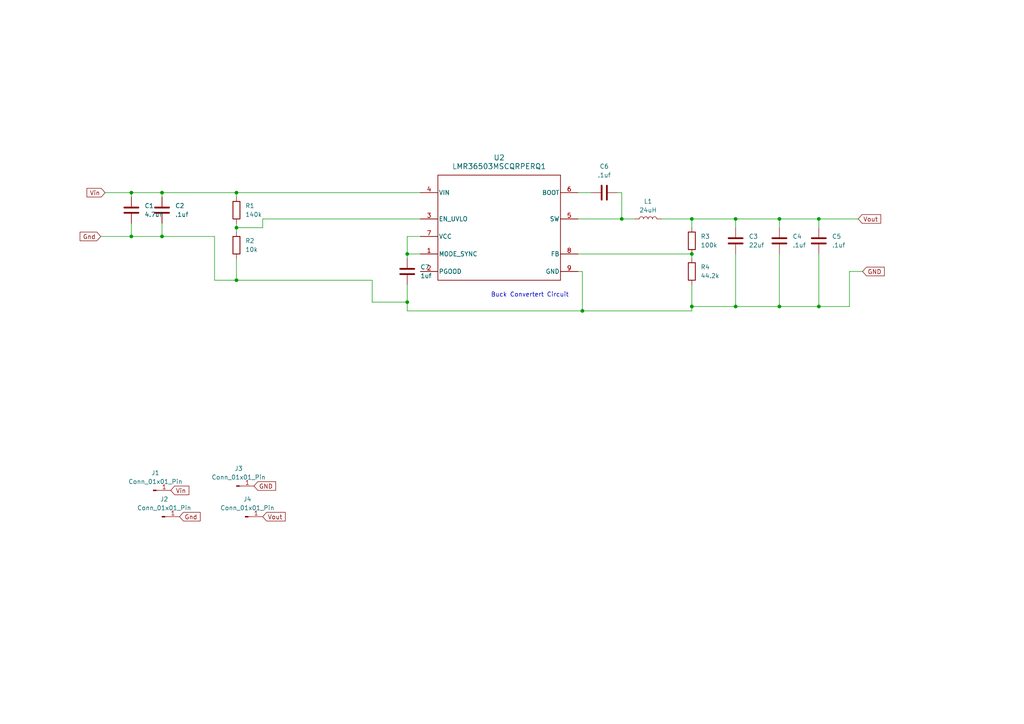
<source format=kicad_sch>
(kicad_sch
	(version 20250114)
	(generator "eeschema")
	(generator_version "9.0")
	(uuid "e5a7f0de-be21-4d3f-ae58-42c0e561c1bd")
	(paper "A4")
	(lib_symbols
		(symbol "2025-04-22_21-11-27:LMR36503MSCQRPERQ1"
			(pin_names
				(offset 0.254)
			)
			(exclude_from_sim no)
			(in_bom yes)
			(on_board yes)
			(property "Reference" "U"
				(at 0 2.54 0)
				(effects
					(font
						(size 1.524 1.524)
					)
				)
			)
			(property "Value" "LMR36503MSCQRPERQ1"
				(at 0 0 0)
				(effects
					(font
						(size 1.524 1.524)
					)
				)
			)
			(property "Footprint" "RPE0009A"
				(at 0 0 0)
				(effects
					(font
						(size 1.27 1.27)
						(italic yes)
					)
					(hide yes)
				)
			)
			(property "Datasheet" "LMR36503MSCQRPERQ1"
				(at 0 0 0)
				(effects
					(font
						(size 1.27 1.27)
						(italic yes)
					)
					(hide yes)
				)
			)
			(property "Description" ""
				(at 0 0 0)
				(effects
					(font
						(size 1.27 1.27)
					)
					(hide yes)
				)
			)
			(property "ki_locked" ""
				(at 0 0 0)
				(effects
					(font
						(size 1.27 1.27)
					)
				)
			)
			(property "ki_keywords" "LMR36503MSCQRPERQ1"
				(at 0 0 0)
				(effects
					(font
						(size 1.27 1.27)
					)
					(hide yes)
				)
			)
			(property "ki_fp_filters" "RPE0009A"
				(at 0 0 0)
				(effects
					(font
						(size 1.27 1.27)
					)
					(hide yes)
				)
			)
			(symbol "LMR36503MSCQRPERQ1_0_1"
				(polyline
					(pts
						(xy -17.78 15.24) (xy -17.78 -15.24)
					)
					(stroke
						(width 0.2032)
						(type default)
					)
					(fill
						(type none)
					)
				)
				(polyline
					(pts
						(xy -17.78 -15.24) (xy 17.78 -15.24)
					)
					(stroke
						(width 0.2032)
						(type default)
					)
					(fill
						(type none)
					)
				)
				(polyline
					(pts
						(xy 17.78 15.24) (xy -17.78 15.24)
					)
					(stroke
						(width 0.2032)
						(type default)
					)
					(fill
						(type none)
					)
				)
				(polyline
					(pts
						(xy 17.78 -15.24) (xy 17.78 15.24)
					)
					(stroke
						(width 0.2032)
						(type default)
					)
					(fill
						(type none)
					)
				)
				(pin power_in line
					(at -22.86 10.16 0)
					(length 5.08)
					(name "VIN"
						(effects
							(font
								(size 1.27 1.27)
							)
						)
					)
					(number "4"
						(effects
							(font
								(size 1.27 1.27)
							)
						)
					)
				)
				(pin unspecified line
					(at -22.86 2.54 0)
					(length 5.08)
					(name "EN_UVLO"
						(effects
							(font
								(size 1.27 1.27)
							)
						)
					)
					(number "3"
						(effects
							(font
								(size 1.27 1.27)
							)
						)
					)
				)
				(pin power_in line
					(at -22.86 -2.54 0)
					(length 5.08)
					(name "VCC"
						(effects
							(font
								(size 1.27 1.27)
							)
						)
					)
					(number "7"
						(effects
							(font
								(size 1.27 1.27)
							)
						)
					)
				)
				(pin input line
					(at -22.86 -7.62 0)
					(length 5.08)
					(name "MODE_SYNC"
						(effects
							(font
								(size 1.27 1.27)
							)
						)
					)
					(number "1"
						(effects
							(font
								(size 1.27 1.27)
							)
						)
					)
				)
				(pin output line
					(at -22.86 -12.7 0)
					(length 5.08)
					(name "PGOOD"
						(effects
							(font
								(size 1.27 1.27)
							)
						)
					)
					(number "2"
						(effects
							(font
								(size 1.27 1.27)
							)
						)
					)
				)
				(pin unspecified line
					(at 22.86 10.16 180)
					(length 5.08)
					(name "BOOT"
						(effects
							(font
								(size 1.27 1.27)
							)
						)
					)
					(number "6"
						(effects
							(font
								(size 1.27 1.27)
							)
						)
					)
				)
				(pin power_in line
					(at 22.86 2.54 180)
					(length 5.08)
					(name "SW"
						(effects
							(font
								(size 1.27 1.27)
							)
						)
					)
					(number "5"
						(effects
							(font
								(size 1.27 1.27)
							)
						)
					)
				)
				(pin unspecified line
					(at 22.86 -7.62 180)
					(length 5.08)
					(name "FB"
						(effects
							(font
								(size 1.27 1.27)
							)
						)
					)
					(number "8"
						(effects
							(font
								(size 1.27 1.27)
							)
						)
					)
				)
				(pin power_in line
					(at 22.86 -12.7 180)
					(length 5.08)
					(name "GND"
						(effects
							(font
								(size 1.27 1.27)
							)
						)
					)
					(number "9"
						(effects
							(font
								(size 1.27 1.27)
							)
						)
					)
				)
			)
			(embedded_fonts no)
		)
		(symbol "Connector:Conn_01x01_Pin"
			(pin_names
				(offset 1.016)
				(hide yes)
			)
			(exclude_from_sim no)
			(in_bom yes)
			(on_board yes)
			(property "Reference" "J"
				(at 0 2.54 0)
				(effects
					(font
						(size 1.27 1.27)
					)
				)
			)
			(property "Value" "Conn_01x01_Pin"
				(at 0 -2.54 0)
				(effects
					(font
						(size 1.27 1.27)
					)
				)
			)
			(property "Footprint" ""
				(at 0 0 0)
				(effects
					(font
						(size 1.27 1.27)
					)
					(hide yes)
				)
			)
			(property "Datasheet" "~"
				(at 0 0 0)
				(effects
					(font
						(size 1.27 1.27)
					)
					(hide yes)
				)
			)
			(property "Description" "Generic connector, single row, 01x01, script generated"
				(at 0 0 0)
				(effects
					(font
						(size 1.27 1.27)
					)
					(hide yes)
				)
			)
			(property "ki_locked" ""
				(at 0 0 0)
				(effects
					(font
						(size 1.27 1.27)
					)
				)
			)
			(property "ki_keywords" "connector"
				(at 0 0 0)
				(effects
					(font
						(size 1.27 1.27)
					)
					(hide yes)
				)
			)
			(property "ki_fp_filters" "Connector*:*_1x??_*"
				(at 0 0 0)
				(effects
					(font
						(size 1.27 1.27)
					)
					(hide yes)
				)
			)
			(symbol "Conn_01x01_Pin_1_1"
				(rectangle
					(start 0.8636 0.127)
					(end 0 -0.127)
					(stroke
						(width 0.1524)
						(type default)
					)
					(fill
						(type outline)
					)
				)
				(polyline
					(pts
						(xy 1.27 0) (xy 0.8636 0)
					)
					(stroke
						(width 0.1524)
						(type default)
					)
					(fill
						(type none)
					)
				)
				(pin passive line
					(at 5.08 0 180)
					(length 3.81)
					(name "Pin_1"
						(effects
							(font
								(size 1.27 1.27)
							)
						)
					)
					(number "1"
						(effects
							(font
								(size 1.27 1.27)
							)
						)
					)
				)
			)
			(embedded_fonts no)
		)
		(symbol "Device:C"
			(pin_numbers
				(hide yes)
			)
			(pin_names
				(offset 0.254)
			)
			(exclude_from_sim no)
			(in_bom yes)
			(on_board yes)
			(property "Reference" "C"
				(at 0.635 2.54 0)
				(effects
					(font
						(size 1.27 1.27)
					)
					(justify left)
				)
			)
			(property "Value" "C"
				(at 0.635 -2.54 0)
				(effects
					(font
						(size 1.27 1.27)
					)
					(justify left)
				)
			)
			(property "Footprint" ""
				(at 0.9652 -3.81 0)
				(effects
					(font
						(size 1.27 1.27)
					)
					(hide yes)
				)
			)
			(property "Datasheet" "~"
				(at 0 0 0)
				(effects
					(font
						(size 1.27 1.27)
					)
					(hide yes)
				)
			)
			(property "Description" "Unpolarized capacitor"
				(at 0 0 0)
				(effects
					(font
						(size 1.27 1.27)
					)
					(hide yes)
				)
			)
			(property "ki_keywords" "cap capacitor"
				(at 0 0 0)
				(effects
					(font
						(size 1.27 1.27)
					)
					(hide yes)
				)
			)
			(property "ki_fp_filters" "C_*"
				(at 0 0 0)
				(effects
					(font
						(size 1.27 1.27)
					)
					(hide yes)
				)
			)
			(symbol "C_0_1"
				(polyline
					(pts
						(xy -2.032 0.762) (xy 2.032 0.762)
					)
					(stroke
						(width 0.508)
						(type default)
					)
					(fill
						(type none)
					)
				)
				(polyline
					(pts
						(xy -2.032 -0.762) (xy 2.032 -0.762)
					)
					(stroke
						(width 0.508)
						(type default)
					)
					(fill
						(type none)
					)
				)
			)
			(symbol "C_1_1"
				(pin passive line
					(at 0 3.81 270)
					(length 2.794)
					(name "~"
						(effects
							(font
								(size 1.27 1.27)
							)
						)
					)
					(number "1"
						(effects
							(font
								(size 1.27 1.27)
							)
						)
					)
				)
				(pin passive line
					(at 0 -3.81 90)
					(length 2.794)
					(name "~"
						(effects
							(font
								(size 1.27 1.27)
							)
						)
					)
					(number "2"
						(effects
							(font
								(size 1.27 1.27)
							)
						)
					)
				)
			)
			(embedded_fonts no)
		)
		(symbol "Device:L"
			(pin_numbers
				(hide yes)
			)
			(pin_names
				(offset 1.016)
				(hide yes)
			)
			(exclude_from_sim no)
			(in_bom yes)
			(on_board yes)
			(property "Reference" "L"
				(at -1.27 0 90)
				(effects
					(font
						(size 1.27 1.27)
					)
				)
			)
			(property "Value" "L"
				(at 1.905 0 90)
				(effects
					(font
						(size 1.27 1.27)
					)
				)
			)
			(property "Footprint" ""
				(at 0 0 0)
				(effects
					(font
						(size 1.27 1.27)
					)
					(hide yes)
				)
			)
			(property "Datasheet" "~"
				(at 0 0 0)
				(effects
					(font
						(size 1.27 1.27)
					)
					(hide yes)
				)
			)
			(property "Description" "Inductor"
				(at 0 0 0)
				(effects
					(font
						(size 1.27 1.27)
					)
					(hide yes)
				)
			)
			(property "ki_keywords" "inductor choke coil reactor magnetic"
				(at 0 0 0)
				(effects
					(font
						(size 1.27 1.27)
					)
					(hide yes)
				)
			)
			(property "ki_fp_filters" "Choke_* *Coil* Inductor_* L_*"
				(at 0 0 0)
				(effects
					(font
						(size 1.27 1.27)
					)
					(hide yes)
				)
			)
			(symbol "L_0_1"
				(arc
					(start 0 2.54)
					(mid 0.6323 1.905)
					(end 0 1.27)
					(stroke
						(width 0)
						(type default)
					)
					(fill
						(type none)
					)
				)
				(arc
					(start 0 1.27)
					(mid 0.6323 0.635)
					(end 0 0)
					(stroke
						(width 0)
						(type default)
					)
					(fill
						(type none)
					)
				)
				(arc
					(start 0 0)
					(mid 0.6323 -0.635)
					(end 0 -1.27)
					(stroke
						(width 0)
						(type default)
					)
					(fill
						(type none)
					)
				)
				(arc
					(start 0 -1.27)
					(mid 0.6323 -1.905)
					(end 0 -2.54)
					(stroke
						(width 0)
						(type default)
					)
					(fill
						(type none)
					)
				)
			)
			(symbol "L_1_1"
				(pin passive line
					(at 0 3.81 270)
					(length 1.27)
					(name "1"
						(effects
							(font
								(size 1.27 1.27)
							)
						)
					)
					(number "1"
						(effects
							(font
								(size 1.27 1.27)
							)
						)
					)
				)
				(pin passive line
					(at 0 -3.81 90)
					(length 1.27)
					(name "2"
						(effects
							(font
								(size 1.27 1.27)
							)
						)
					)
					(number "2"
						(effects
							(font
								(size 1.27 1.27)
							)
						)
					)
				)
			)
			(embedded_fonts no)
		)
		(symbol "Device:R"
			(pin_numbers
				(hide yes)
			)
			(pin_names
				(offset 0)
			)
			(exclude_from_sim no)
			(in_bom yes)
			(on_board yes)
			(property "Reference" "R"
				(at 2.032 0 90)
				(effects
					(font
						(size 1.27 1.27)
					)
				)
			)
			(property "Value" "R"
				(at 0 0 90)
				(effects
					(font
						(size 1.27 1.27)
					)
				)
			)
			(property "Footprint" ""
				(at -1.778 0 90)
				(effects
					(font
						(size 1.27 1.27)
					)
					(hide yes)
				)
			)
			(property "Datasheet" "~"
				(at 0 0 0)
				(effects
					(font
						(size 1.27 1.27)
					)
					(hide yes)
				)
			)
			(property "Description" "Resistor"
				(at 0 0 0)
				(effects
					(font
						(size 1.27 1.27)
					)
					(hide yes)
				)
			)
			(property "ki_keywords" "R res resistor"
				(at 0 0 0)
				(effects
					(font
						(size 1.27 1.27)
					)
					(hide yes)
				)
			)
			(property "ki_fp_filters" "R_*"
				(at 0 0 0)
				(effects
					(font
						(size 1.27 1.27)
					)
					(hide yes)
				)
			)
			(symbol "R_0_1"
				(rectangle
					(start -1.016 -2.54)
					(end 1.016 2.54)
					(stroke
						(width 0.254)
						(type default)
					)
					(fill
						(type none)
					)
				)
			)
			(symbol "R_1_1"
				(pin passive line
					(at 0 3.81 270)
					(length 1.27)
					(name "~"
						(effects
							(font
								(size 1.27 1.27)
							)
						)
					)
					(number "1"
						(effects
							(font
								(size 1.27 1.27)
							)
						)
					)
				)
				(pin passive line
					(at 0 -3.81 90)
					(length 1.27)
					(name "~"
						(effects
							(font
								(size 1.27 1.27)
							)
						)
					)
					(number "2"
						(effects
							(font
								(size 1.27 1.27)
							)
						)
					)
				)
			)
			(embedded_fonts no)
		)
	)
	(text "Buck Convertert Circuit\n"
		(exclude_from_sim no)
		(at 153.67 85.598 0)
		(effects
			(font
				(size 1.27 1.27)
			)
		)
		(uuid "90308361-c3b3-43e4-9d00-c1ed0980c6a3")
	)
	(junction
		(at 200.66 63.5)
		(diameter 0)
		(color 0 0 0 0)
		(uuid "011dc773-2c51-484a-9840-fcc8f60d08ce")
	)
	(junction
		(at 180.34 63.5)
		(diameter 0)
		(color 0 0 0 0)
		(uuid "0182033d-56b1-4586-b7ee-ecd83cb79c66")
	)
	(junction
		(at 200.66 73.66)
		(diameter 0)
		(color 0 0 0 0)
		(uuid "08b73171-e38b-4c38-b394-5bb582933432")
	)
	(junction
		(at 38.1 55.88)
		(diameter 0)
		(color 0 0 0 0)
		(uuid "10a752b8-2825-4d44-a2b6-f0bd65c27518")
	)
	(junction
		(at 68.58 66.04)
		(diameter 0)
		(color 0 0 0 0)
		(uuid "217aac2f-52ad-46e1-978d-4f76fdc83d60")
	)
	(junction
		(at 237.49 88.9)
		(diameter 0)
		(color 0 0 0 0)
		(uuid "256e3d60-ed20-4655-8855-36931bfbf08f")
	)
	(junction
		(at 168.91 90.17)
		(diameter 0)
		(color 0 0 0 0)
		(uuid "3763c187-cd4a-4d5d-901f-83bb75a64fd9")
	)
	(junction
		(at 68.58 55.88)
		(diameter 0)
		(color 0 0 0 0)
		(uuid "46cd4cb7-9eca-4e33-a01d-fbd029c678ee")
	)
	(junction
		(at 237.49 63.5)
		(diameter 0)
		(color 0 0 0 0)
		(uuid "4dfee7af-e4aa-4158-9a70-7d2a3facccfc")
	)
	(junction
		(at 46.99 55.88)
		(diameter 0)
		(color 0 0 0 0)
		(uuid "58ba406f-ddf4-473d-955b-a4a8c1ae6a6c")
	)
	(junction
		(at 200.66 88.9)
		(diameter 0)
		(color 0 0 0 0)
		(uuid "63121cec-f3f0-41ee-86bc-b1427a427317")
	)
	(junction
		(at 46.99 68.58)
		(diameter 0)
		(color 0 0 0 0)
		(uuid "65184b94-995c-4cd5-8f7d-35fc24f11f43")
	)
	(junction
		(at 118.11 73.66)
		(diameter 0)
		(color 0 0 0 0)
		(uuid "7e7717a3-4ea5-4ffa-9983-7ba376b8690a")
	)
	(junction
		(at 118.11 87.63)
		(diameter 0)
		(color 0 0 0 0)
		(uuid "9450a0bc-c36e-4bea-a2c4-abebf4071d3e")
	)
	(junction
		(at 213.36 88.9)
		(diameter 0)
		(color 0 0 0 0)
		(uuid "95d02de5-455f-4641-a472-3cb410524ec7")
	)
	(junction
		(at 68.58 81.28)
		(diameter 0)
		(color 0 0 0 0)
		(uuid "a0996866-9355-437d-b272-a1193ba0082e")
	)
	(junction
		(at 213.36 63.5)
		(diameter 0)
		(color 0 0 0 0)
		(uuid "b675ba4b-c1b3-4808-9982-ec59b80a7d61")
	)
	(junction
		(at 226.06 88.9)
		(diameter 0)
		(color 0 0 0 0)
		(uuid "bad8ee51-34a2-4d0d-8ff0-7d831c7e1ca4")
	)
	(junction
		(at 226.06 63.5)
		(diameter 0)
		(color 0 0 0 0)
		(uuid "ca561a58-3c44-4f96-9b07-b6fb27ae3e9a")
	)
	(junction
		(at 38.1 68.58)
		(diameter 0)
		(color 0 0 0 0)
		(uuid "d50eab27-a795-4b09-bc71-80936cc29031")
	)
	(wire
		(pts
			(xy 118.11 68.58) (xy 118.11 73.66)
		)
		(stroke
			(width 0)
			(type default)
		)
		(uuid "01f16450-d579-4ba0-a639-74dc55574bd4")
	)
	(wire
		(pts
			(xy 246.38 88.9) (xy 246.38 78.74)
		)
		(stroke
			(width 0)
			(type default)
		)
		(uuid "067a220c-eb24-4919-97c8-548d2518142a")
	)
	(wire
		(pts
			(xy 226.06 88.9) (xy 237.49 88.9)
		)
		(stroke
			(width 0)
			(type default)
		)
		(uuid "0f5e333e-efc7-4a33-a8a3-75c93c526394")
	)
	(wire
		(pts
			(xy 46.99 55.88) (xy 46.99 57.15)
		)
		(stroke
			(width 0)
			(type default)
		)
		(uuid "12d846cb-2109-40e1-b184-b958fc44ffbc")
	)
	(wire
		(pts
			(xy 200.66 90.17) (xy 200.66 88.9)
		)
		(stroke
			(width 0)
			(type default)
		)
		(uuid "1b431719-269f-41a6-ae63-8f7fb9b3e036")
	)
	(wire
		(pts
			(xy 168.91 90.17) (xy 200.66 90.17)
		)
		(stroke
			(width 0)
			(type default)
		)
		(uuid "266d7365-e19c-4d04-bd1d-d97a2691adab")
	)
	(wire
		(pts
			(xy 107.95 81.28) (xy 107.95 87.63)
		)
		(stroke
			(width 0)
			(type default)
		)
		(uuid "292d8b82-c093-4eb1-83ab-38739cc61516")
	)
	(wire
		(pts
			(xy 118.11 82.55) (xy 118.11 87.63)
		)
		(stroke
			(width 0)
			(type default)
		)
		(uuid "2ce38e31-60b2-4dee-944c-df3e5e4e659f")
	)
	(wire
		(pts
			(xy 46.99 55.88) (xy 38.1 55.88)
		)
		(stroke
			(width 0)
			(type default)
		)
		(uuid "420dc529-52d4-46a9-af43-0741ed31cc3f")
	)
	(wire
		(pts
			(xy 213.36 73.66) (xy 213.36 88.9)
		)
		(stroke
			(width 0)
			(type default)
		)
		(uuid "43dafab3-2905-4d0c-bad2-7111bda035c2")
	)
	(wire
		(pts
			(xy 121.92 68.58) (xy 118.11 68.58)
		)
		(stroke
			(width 0)
			(type default)
		)
		(uuid "4556fad0-9288-4487-a9b0-ae846456b5dc")
	)
	(wire
		(pts
			(xy 213.36 63.5) (xy 226.06 63.5)
		)
		(stroke
			(width 0)
			(type default)
		)
		(uuid "55ad5abb-73c8-4579-b4aa-05f67e1f9412")
	)
	(wire
		(pts
			(xy 118.11 90.17) (xy 168.91 90.17)
		)
		(stroke
			(width 0)
			(type default)
		)
		(uuid "5965cb01-a8fa-4279-8b30-cae60cb8d3df")
	)
	(wire
		(pts
			(xy 46.99 68.58) (xy 62.23 68.58)
		)
		(stroke
			(width 0)
			(type default)
		)
		(uuid "5a9a098e-7992-46a1-8826-585016ce7a40")
	)
	(wire
		(pts
			(xy 46.99 64.77) (xy 46.99 68.58)
		)
		(stroke
			(width 0)
			(type default)
		)
		(uuid "5d58e8bd-d04f-45a2-a724-2d77fd989a50")
	)
	(wire
		(pts
			(xy 76.2 66.04) (xy 68.58 66.04)
		)
		(stroke
			(width 0)
			(type default)
		)
		(uuid "5f366f79-aaed-437b-be71-7566f8d6a58b")
	)
	(wire
		(pts
			(xy 118.11 73.66) (xy 118.11 74.93)
		)
		(stroke
			(width 0)
			(type default)
		)
		(uuid "6b59d564-dc4f-4cee-9b52-a9a24a22627e")
	)
	(wire
		(pts
			(xy 62.23 81.28) (xy 68.58 81.28)
		)
		(stroke
			(width 0)
			(type default)
		)
		(uuid "6d5c4828-4cf8-41f2-860c-30f3b3cf9c91")
	)
	(wire
		(pts
			(xy 167.64 73.66) (xy 200.66 73.66)
		)
		(stroke
			(width 0)
			(type default)
		)
		(uuid "71e06c15-2a61-4f99-b7f4-e2da68c3c85b")
	)
	(wire
		(pts
			(xy 167.64 55.88) (xy 171.45 55.88)
		)
		(stroke
			(width 0)
			(type default)
		)
		(uuid "75bf5f2c-e3f8-46f0-825a-ed2f9672d282")
	)
	(wire
		(pts
			(xy 121.92 63.5) (xy 76.2 63.5)
		)
		(stroke
			(width 0)
			(type default)
		)
		(uuid "7b3ac08e-582e-469c-b7e2-f6629dd09880")
	)
	(wire
		(pts
			(xy 226.06 63.5) (xy 237.49 63.5)
		)
		(stroke
			(width 0)
			(type default)
		)
		(uuid "7e82d102-5a6c-43ee-88b2-099c87545a62")
	)
	(wire
		(pts
			(xy 237.49 88.9) (xy 246.38 88.9)
		)
		(stroke
			(width 0)
			(type default)
		)
		(uuid "7f7fa693-0232-432a-8ab2-5d28bc5f9883")
	)
	(wire
		(pts
			(xy 200.66 88.9) (xy 213.36 88.9)
		)
		(stroke
			(width 0)
			(type default)
		)
		(uuid "829176cc-018c-4a4d-980d-4240e10c989f")
	)
	(wire
		(pts
			(xy 68.58 55.88) (xy 121.92 55.88)
		)
		(stroke
			(width 0)
			(type default)
		)
		(uuid "88e6b01e-ef9e-460a-9443-455001172629")
	)
	(wire
		(pts
			(xy 180.34 63.5) (xy 180.34 55.88)
		)
		(stroke
			(width 0)
			(type default)
		)
		(uuid "89d8fa71-af75-4eb7-bce7-1fd72a67f949")
	)
	(wire
		(pts
			(xy 200.66 82.55) (xy 200.66 88.9)
		)
		(stroke
			(width 0)
			(type default)
		)
		(uuid "89e16cdd-0f6f-4346-96de-c3cab605699a")
	)
	(wire
		(pts
			(xy 167.64 78.74) (xy 168.91 78.74)
		)
		(stroke
			(width 0)
			(type default)
		)
		(uuid "8d615244-2d5c-4e5c-be3e-b913e6d63d83")
	)
	(wire
		(pts
			(xy 237.49 63.5) (xy 248.92 63.5)
		)
		(stroke
			(width 0)
			(type default)
		)
		(uuid "9528872d-4a5e-4508-a798-01d7e734aa41")
	)
	(wire
		(pts
			(xy 237.49 63.5) (xy 237.49 66.04)
		)
		(stroke
			(width 0)
			(type default)
		)
		(uuid "970f9370-884d-4e69-a824-f31826e1a768")
	)
	(wire
		(pts
			(xy 68.58 81.28) (xy 107.95 81.28)
		)
		(stroke
			(width 0)
			(type default)
		)
		(uuid "987b1883-25d3-4b98-8322-a26b92b03a16")
	)
	(wire
		(pts
			(xy 179.07 55.88) (xy 180.34 55.88)
		)
		(stroke
			(width 0)
			(type default)
		)
		(uuid "99c08c4b-191c-456b-8b35-f796471277bd")
	)
	(wire
		(pts
			(xy 200.66 66.04) (xy 200.66 63.5)
		)
		(stroke
			(width 0)
			(type default)
		)
		(uuid "9c2edabf-1e2c-4a58-8e00-dcfe744e8e5f")
	)
	(wire
		(pts
			(xy 213.36 66.04) (xy 213.36 63.5)
		)
		(stroke
			(width 0)
			(type default)
		)
		(uuid "9e2ed02d-7762-4a40-a9eb-8a2f6a44bb1b")
	)
	(wire
		(pts
			(xy 213.36 88.9) (xy 226.06 88.9)
		)
		(stroke
			(width 0)
			(type default)
		)
		(uuid "a1c7820a-86b7-4b49-98cf-dab9ee6b5527")
	)
	(wire
		(pts
			(xy 167.64 63.5) (xy 180.34 63.5)
		)
		(stroke
			(width 0)
			(type default)
		)
		(uuid "a49da335-1dca-4f6b-ad9e-b4f9326d7aab")
	)
	(wire
		(pts
			(xy 200.66 63.5) (xy 213.36 63.5)
		)
		(stroke
			(width 0)
			(type default)
		)
		(uuid "a6e4624b-50d6-49ab-9509-711551879384")
	)
	(wire
		(pts
			(xy 168.91 78.74) (xy 168.91 90.17)
		)
		(stroke
			(width 0)
			(type default)
		)
		(uuid "b201a75b-964e-4aa8-8124-8de07b5523d2")
	)
	(wire
		(pts
			(xy 38.1 64.77) (xy 38.1 68.58)
		)
		(stroke
			(width 0)
			(type default)
		)
		(uuid "b638f171-5f7b-4a72-ac10-b96df407879b")
	)
	(wire
		(pts
			(xy 29.21 68.58) (xy 38.1 68.58)
		)
		(stroke
			(width 0)
			(type default)
		)
		(uuid "b689a132-27e5-478d-b795-26cc086282d2")
	)
	(wire
		(pts
			(xy 62.23 68.58) (xy 62.23 81.28)
		)
		(stroke
			(width 0)
			(type default)
		)
		(uuid "b94ccbf3-3200-4d3c-9599-bddc4bd97f74")
	)
	(wire
		(pts
			(xy 226.06 63.5) (xy 226.06 66.04)
		)
		(stroke
			(width 0)
			(type default)
		)
		(uuid "c05bf376-7218-4e76-adff-bf55c4f8fee6")
	)
	(wire
		(pts
			(xy 76.2 63.5) (xy 76.2 66.04)
		)
		(stroke
			(width 0)
			(type default)
		)
		(uuid "c4e43069-5dee-4487-9521-8c5472cdb2fa")
	)
	(wire
		(pts
			(xy 46.99 55.88) (xy 68.58 55.88)
		)
		(stroke
			(width 0)
			(type default)
		)
		(uuid "c773382b-6d63-4fca-8fe1-a7071f57d73c")
	)
	(wire
		(pts
			(xy 118.11 87.63) (xy 107.95 87.63)
		)
		(stroke
			(width 0)
			(type default)
		)
		(uuid "c97f5f26-f4f2-4c7d-85b9-fca9cc1f340b")
	)
	(wire
		(pts
			(xy 68.58 66.04) (xy 68.58 67.31)
		)
		(stroke
			(width 0)
			(type default)
		)
		(uuid "ca3cc0be-3512-46e6-84ac-fde0571d38ab")
	)
	(wire
		(pts
			(xy 226.06 73.66) (xy 226.06 88.9)
		)
		(stroke
			(width 0)
			(type default)
		)
		(uuid "d5a50882-5c90-42da-9f5e-d229c09c51f2")
	)
	(wire
		(pts
			(xy 38.1 68.58) (xy 46.99 68.58)
		)
		(stroke
			(width 0)
			(type default)
		)
		(uuid "d6399041-415e-4c69-8460-6f688cc3a3e4")
	)
	(wire
		(pts
			(xy 68.58 74.93) (xy 68.58 81.28)
		)
		(stroke
			(width 0)
			(type default)
		)
		(uuid "d7d3f58a-803b-4420-aaf8-9584130d20be")
	)
	(wire
		(pts
			(xy 200.66 63.5) (xy 191.77 63.5)
		)
		(stroke
			(width 0)
			(type default)
		)
		(uuid "d9c77b64-8418-4138-a0b2-29e9bb3026a8")
	)
	(wire
		(pts
			(xy 68.58 64.77) (xy 68.58 66.04)
		)
		(stroke
			(width 0)
			(type default)
		)
		(uuid "db70db8f-95ee-4a09-8641-b7266b3cf160")
	)
	(wire
		(pts
			(xy 118.11 90.17) (xy 118.11 87.63)
		)
		(stroke
			(width 0)
			(type default)
		)
		(uuid "df829721-6b76-45d8-a2ae-caa5ca57cc27")
	)
	(wire
		(pts
			(xy 38.1 55.88) (xy 38.1 57.15)
		)
		(stroke
			(width 0)
			(type default)
		)
		(uuid "e1adf33c-a4be-4e48-80b9-3748ea32429b")
	)
	(wire
		(pts
			(xy 184.15 63.5) (xy 180.34 63.5)
		)
		(stroke
			(width 0)
			(type default)
		)
		(uuid "e4686d31-41c0-420b-8c62-a5a6a408d7dc")
	)
	(wire
		(pts
			(xy 200.66 73.66) (xy 200.66 74.93)
		)
		(stroke
			(width 0)
			(type default)
		)
		(uuid "e65d8913-0e8d-47bc-998e-188d7bd9b74d")
	)
	(wire
		(pts
			(xy 30.48 55.88) (xy 38.1 55.88)
		)
		(stroke
			(width 0)
			(type default)
		)
		(uuid "eb2df498-77c2-44ba-87fe-8d9e773aa174")
	)
	(wire
		(pts
			(xy 68.58 55.88) (xy 68.58 57.15)
		)
		(stroke
			(width 0)
			(type default)
		)
		(uuid "ecd64651-30b8-459f-bd2f-26a8c76d2c63")
	)
	(wire
		(pts
			(xy 118.11 73.66) (xy 121.92 73.66)
		)
		(stroke
			(width 0)
			(type default)
		)
		(uuid "eec18507-fd83-4d6f-b596-eca99dd93fd5")
	)
	(wire
		(pts
			(xy 237.49 73.66) (xy 237.49 88.9)
		)
		(stroke
			(width 0)
			(type default)
		)
		(uuid "ef589547-3dcf-467a-953a-dfe0aebadf45")
	)
	(wire
		(pts
			(xy 246.38 78.74) (xy 250.19 78.74)
		)
		(stroke
			(width 0)
			(type default)
		)
		(uuid "efec9e2a-ca26-4d6b-9477-bf170b81fca4")
	)
	(global_label "GND"
		(shape input)
		(at 250.19 78.74 0)
		(fields_autoplaced yes)
		(effects
			(font
				(size 1.27 1.27)
			)
			(justify left)
		)
		(uuid "17392164-866f-4162-a2ae-209149c189b4")
		(property "Intersheetrefs" "${INTERSHEET_REFS}"
			(at 257.0457 78.74 0)
			(effects
				(font
					(size 1.27 1.27)
				)
				(justify left)
				(hide yes)
			)
		)
	)
	(global_label "Vout"
		(shape input)
		(at 76.2 149.86 0)
		(fields_autoplaced yes)
		(effects
			(font
				(size 1.27 1.27)
			)
			(justify left)
		)
		(uuid "25ca8483-2b06-4434-b54c-adc30142ffcc")
		(property "Intersheetrefs" "${INTERSHEET_REFS}"
			(at 83.2975 149.86 0)
			(effects
				(font
					(size 1.27 1.27)
				)
				(justify left)
				(hide yes)
			)
		)
	)
	(global_label "Gnd"
		(shape input)
		(at 52.07 149.86 0)
		(fields_autoplaced yes)
		(effects
			(font
				(size 1.27 1.27)
			)
			(justify left)
		)
		(uuid "49dc736b-4618-4be2-881e-8edb1ab5d6ac")
		(property "Intersheetrefs" "${INTERSHEET_REFS}"
			(at 58.6232 149.86 0)
			(effects
				(font
					(size 1.27 1.27)
				)
				(justify left)
				(hide yes)
			)
		)
	)
	(global_label "Vin"
		(shape input)
		(at 30.48 55.88 180)
		(fields_autoplaced yes)
		(effects
			(font
				(size 1.27 1.27)
			)
			(justify right)
		)
		(uuid "73508383-a605-44f9-801a-9d74ae2886d6")
		(property "Intersheetrefs" "${INTERSHEET_REFS}"
			(at 24.6524 55.88 0)
			(effects
				(font
					(size 1.27 1.27)
				)
				(justify right)
				(hide yes)
			)
		)
	)
	(global_label "GND"
		(shape input)
		(at 73.66 140.97 0)
		(fields_autoplaced yes)
		(effects
			(font
				(size 1.27 1.27)
			)
			(justify left)
		)
		(uuid "8dea1ed6-1fa7-4f8c-8ba7-a4604534b8ee")
		(property "Intersheetrefs" "${INTERSHEET_REFS}"
			(at 80.5157 140.97 0)
			(effects
				(font
					(size 1.27 1.27)
				)
				(justify left)
				(hide yes)
			)
		)
	)
	(global_label "Gnd"
		(shape input)
		(at 29.21 68.58 180)
		(fields_autoplaced yes)
		(effects
			(font
				(size 1.27 1.27)
			)
			(justify right)
		)
		(uuid "a2c51aa6-dd38-4754-a5fe-98ac4c4c6269")
		(property "Intersheetrefs" "${INTERSHEET_REFS}"
			(at 22.6568 68.58 0)
			(effects
				(font
					(size 1.27 1.27)
				)
				(justify right)
				(hide yes)
			)
		)
	)
	(global_label "Vin"
		(shape input)
		(at 49.53 142.24 0)
		(fields_autoplaced yes)
		(effects
			(font
				(size 1.27 1.27)
			)
			(justify left)
		)
		(uuid "a3d7c0df-fda1-42ce-9cd6-2bdb556c6242")
		(property "Intersheetrefs" "${INTERSHEET_REFS}"
			(at 55.3576 142.24 0)
			(effects
				(font
					(size 1.27 1.27)
				)
				(justify left)
				(hide yes)
			)
		)
	)
	(global_label "Vout"
		(shape input)
		(at 248.92 63.5 0)
		(fields_autoplaced yes)
		(effects
			(font
				(size 1.27 1.27)
			)
			(justify left)
		)
		(uuid "df822fba-af0d-4d08-b5a2-7bf23cfb9520")
		(property "Intersheetrefs" "${INTERSHEET_REFS}"
			(at 256.0175 63.5 0)
			(effects
				(font
					(size 1.27 1.27)
				)
				(justify left)
				(hide yes)
			)
		)
	)
	(symbol
		(lib_id "Device:C")
		(at 118.11 78.74 0)
		(unit 1)
		(exclude_from_sim no)
		(in_bom yes)
		(on_board yes)
		(dnp no)
		(fields_autoplaced yes)
		(uuid "05fc599e-7e2f-477e-b8da-8fe5d8b0f3eb")
		(property "Reference" "C7"
			(at 121.92 77.4699 0)
			(effects
				(font
					(size 1.27 1.27)
				)
				(justify left)
			)
		)
		(property "Value" "1uf"
			(at 121.92 80.0099 0)
			(effects
				(font
					(size 1.27 1.27)
				)
				(justify left)
			)
		)
		(property "Footprint" "Capacitor_SMD:C_0603_1608Metric"
			(at 119.0752 82.55 0)
			(effects
				(font
					(size 1.27 1.27)
				)
				(hide yes)
			)
		)
		(property "Datasheet" "~"
			(at 118.11 78.74 0)
			(effects
				(font
					(size 1.27 1.27)
				)
				(hide yes)
			)
		)
		(property "Description" "Unpolarized capacitor"
			(at 118.11 78.74 0)
			(effects
				(font
					(size 1.27 1.27)
				)
				(hide yes)
			)
		)
		(property "LCSC" "C93816"
			(at 118.11 78.74 0)
			(effects
				(font
					(size 1.27 1.27)
				)
				(hide yes)
			)
		)
		(pin "2"
			(uuid "069271cb-5779-42d8-b32e-38a434a373d2")
		)
		(pin "1"
			(uuid "ba23d5db-82a3-4101-8e7e-206174982844")
		)
		(instances
			(project "Buck Converter"
				(path "/e5a7f0de-be21-4d3f-ae58-42c0e561c1bd"
					(reference "C7")
					(unit 1)
				)
			)
		)
	)
	(symbol
		(lib_id "Device:C")
		(at 213.36 69.85 0)
		(unit 1)
		(exclude_from_sim no)
		(in_bom yes)
		(on_board yes)
		(dnp no)
		(fields_autoplaced yes)
		(uuid "143b5644-c29a-42c4-910b-667f04045fec")
		(property "Reference" "C3"
			(at 217.17 68.5799 0)
			(effects
				(font
					(size 1.27 1.27)
				)
				(justify left)
			)
		)
		(property "Value" "22uf"
			(at 217.17 71.1199 0)
			(effects
				(font
					(size 1.27 1.27)
				)
				(justify left)
			)
		)
		(property "Footprint" "CL32B226MOJNNNE:CAP_CL32_SAM"
			(at 214.3252 73.66 0)
			(effects
				(font
					(size 1.27 1.27)
				)
				(hide yes)
			)
		)
		(property "Datasheet" "~"
			(at 213.36 69.85 0)
			(effects
				(font
					(size 1.27 1.27)
				)
				(hide yes)
			)
		)
		(property "Description" "Unpolarized capacitor"
			(at 213.36 69.85 0)
			(effects
				(font
					(size 1.27 1.27)
				)
				(hide yes)
			)
		)
		(property "LCSC" "C2980161"
			(at 213.36 69.85 0)
			(effects
				(font
					(size 1.27 1.27)
				)
				(hide yes)
			)
		)
		(pin "2"
			(uuid "9aa4aa22-613f-40b2-97d5-c42845ed80b3")
		)
		(pin "1"
			(uuid "80a5840d-e962-46a8-94ec-2392bd13b41e")
		)
		(instances
			(project "Buck Converter"
				(path "/e5a7f0de-be21-4d3f-ae58-42c0e561c1bd"
					(reference "C3")
					(unit 1)
				)
			)
		)
	)
	(symbol
		(lib_id "Device:C")
		(at 38.1 60.96 0)
		(unit 1)
		(exclude_from_sim no)
		(in_bom yes)
		(on_board yes)
		(dnp no)
		(fields_autoplaced yes)
		(uuid "1a50979b-90ec-4e4f-8f9f-f29076f3f21d")
		(property "Reference" "C1"
			(at 41.91 59.6899 0)
			(effects
				(font
					(size 1.27 1.27)
				)
				(justify left)
			)
		)
		(property "Value" "4.7uf"
			(at 41.91 62.2299 0)
			(effects
				(font
					(size 1.27 1.27)
				)
				(justify left)
			)
		)
		(property "Footprint" "Capacitor_SMD:C_0805_2012Metric"
			(at 39.0652 64.77 0)
			(effects
				(font
					(size 1.27 1.27)
				)
				(hide yes)
			)
		)
		(property "Datasheet" "~"
			(at 38.1 60.96 0)
			(effects
				(font
					(size 1.27 1.27)
				)
				(hide yes)
			)
		)
		(property "Description" "Unpolarized capacitor"
			(at 38.1 60.96 0)
			(effects
				(font
					(size 1.27 1.27)
				)
				(hide yes)
			)
		)
		(property "LCSC" "C2443252"
			(at 38.1 60.96 0)
			(effects
				(font
					(size 1.27 1.27)
				)
				(hide yes)
			)
		)
		(pin "2"
			(uuid "d6b476e4-d78a-4922-9aa7-adda53831755")
		)
		(pin "1"
			(uuid "55f985c3-7007-4e9c-8e5d-4dd126da7d78")
		)
		(instances
			(project ""
				(path "/e5a7f0de-be21-4d3f-ae58-42c0e561c1bd"
					(reference "C1")
					(unit 1)
				)
			)
		)
	)
	(symbol
		(lib_id "Connector:Conn_01x01_Pin")
		(at 44.45 142.24 0)
		(unit 1)
		(exclude_from_sim no)
		(in_bom yes)
		(on_board yes)
		(dnp no)
		(fields_autoplaced yes)
		(uuid "2bd8fd0f-c4fb-4a46-b713-44587bcf4fb3")
		(property "Reference" "J1"
			(at 45.085 137.16 0)
			(effects
				(font
					(size 1.27 1.27)
				)
			)
		)
		(property "Value" "Conn_01x01_Pin"
			(at 45.085 139.7 0)
			(effects
				(font
					(size 1.27 1.27)
				)
			)
		)
		(property "Footprint" "Connector_PinHeader_2.54mm:PinHeader_1x01_P2.54mm_Vertical"
			(at 44.45 142.24 0)
			(effects
				(font
					(size 1.27 1.27)
				)
				(hide yes)
			)
		)
		(property "Datasheet" "~"
			(at 44.45 142.24 0)
			(effects
				(font
					(size 1.27 1.27)
				)
				(hide yes)
			)
		)
		(property "Description" "Generic connector, single row, 01x01, script generated"
			(at 44.45 142.24 0)
			(effects
				(font
					(size 1.27 1.27)
				)
				(hide yes)
			)
		)
		(pin "1"
			(uuid "ba739151-7187-499c-9029-4528d270780a")
		)
		(instances
			(project ""
				(path "/e5a7f0de-be21-4d3f-ae58-42c0e561c1bd"
					(reference "J1")
					(unit 1)
				)
			)
		)
	)
	(symbol
		(lib_id "Device:C")
		(at 237.49 69.85 0)
		(unit 1)
		(exclude_from_sim no)
		(in_bom yes)
		(on_board yes)
		(dnp no)
		(fields_autoplaced yes)
		(uuid "54ee771a-f583-497c-a09e-7d5ebe335cc2")
		(property "Reference" "C5"
			(at 241.3 68.5799 0)
			(effects
				(font
					(size 1.27 1.27)
				)
				(justify left)
			)
		)
		(property "Value" ".1uf"
			(at 241.3 71.1199 0)
			(effects
				(font
					(size 1.27 1.27)
				)
				(justify left)
			)
		)
		(property "Footprint" "Capacitor_SMD:C_0603_1608Metric"
			(at 238.4552 73.66 0)
			(effects
				(font
					(size 1.27 1.27)
				)
				(hide yes)
			)
		)
		(property "Datasheet" "~"
			(at 237.49 69.85 0)
			(effects
				(font
					(size 1.27 1.27)
				)
				(hide yes)
			)
		)
		(property "Description" "Unpolarized capacitor"
			(at 237.49 69.85 0)
			(effects
				(font
					(size 1.27 1.27)
				)
				(hide yes)
			)
		)
		(property "LCSC" "C30926"
			(at 237.49 69.85 0)
			(effects
				(font
					(size 1.27 1.27)
				)
				(hide yes)
			)
		)
		(pin "2"
			(uuid "ac9f10df-8ea4-4e77-96f7-e504e31fbf1b")
		)
		(pin "1"
			(uuid "e8da1926-24f1-4ee2-9e72-8f7ae1ed2aa0")
		)
		(instances
			(project "Buck Converter"
				(path "/e5a7f0de-be21-4d3f-ae58-42c0e561c1bd"
					(reference "C5")
					(unit 1)
				)
			)
		)
	)
	(symbol
		(lib_id "2025-04-22_21-11-27:LMR36503MSCQRPERQ1")
		(at 144.78 66.04 0)
		(unit 1)
		(exclude_from_sim no)
		(in_bom yes)
		(on_board yes)
		(dnp no)
		(fields_autoplaced yes)
		(uuid "55d0ec4c-7139-4cd7-942d-c8a0266178a0")
		(property "Reference" "U2"
			(at 144.78 45.72 0)
			(effects
				(font
					(size 1.524 1.524)
				)
			)
		)
		(property "Value" "LMR36503MSCQRPERQ1"
			(at 144.78 48.26 0)
			(effects
				(font
					(size 1.524 1.524)
				)
			)
		)
		(property "Footprint" "footprints:RPE0009A"
			(at 144.78 66.04 0)
			(effects
				(font
					(size 1.27 1.27)
					(italic yes)
				)
				(hide yes)
			)
		)
		(property "Datasheet" "LMR36503MSCQRPERQ1"
			(at 144.78 66.04 0)
			(effects
				(font
					(size 1.27 1.27)
					(italic yes)
				)
				(hide yes)
			)
		)
		(property "Description" ""
			(at 144.78 66.04 0)
			(effects
				(font
					(size 1.27 1.27)
				)
				(hide yes)
			)
		)
		(property "LCSC" "C3190190"
			(at 144.78 66.04 0)
			(effects
				(font
					(size 1.27 1.27)
				)
				(hide yes)
			)
		)
		(pin "4"
			(uuid "eca68739-aa46-4f76-bb2c-30c7b85e8fe0")
		)
		(pin "3"
			(uuid "5cf73f1e-2781-47c8-b683-c412d283cf0a")
		)
		(pin "7"
			(uuid "f1f3794c-0d03-40f2-8d0b-daf6306028d6")
		)
		(pin "1"
			(uuid "ce6d895c-0ae5-40c6-a170-8e9a7025be62")
		)
		(pin "8"
			(uuid "026248cd-605d-40b8-9f77-648cb434c3b1")
		)
		(pin "5"
			(uuid "3c59eda3-4778-48ab-b089-3df94fa24ac0")
		)
		(pin "9"
			(uuid "c807ee92-e79e-4307-964e-a1424133c575")
		)
		(pin "2"
			(uuid "1cead704-471a-4f26-ac5d-d7a16e4b5768")
		)
		(pin "6"
			(uuid "daafcf32-87aa-41a1-acc0-ca48fc99ffeb")
		)
		(instances
			(project ""
				(path "/e5a7f0de-be21-4d3f-ae58-42c0e561c1bd"
					(reference "U2")
					(unit 1)
				)
			)
		)
	)
	(symbol
		(lib_id "Connector:Conn_01x01_Pin")
		(at 68.58 140.97 0)
		(unit 1)
		(exclude_from_sim no)
		(in_bom yes)
		(on_board yes)
		(dnp no)
		(fields_autoplaced yes)
		(uuid "6143f5e1-ed1c-4a57-a314-3c653471f9aa")
		(property "Reference" "J3"
			(at 69.215 135.89 0)
			(effects
				(font
					(size 1.27 1.27)
				)
			)
		)
		(property "Value" "Conn_01x01_Pin"
			(at 69.215 138.43 0)
			(effects
				(font
					(size 1.27 1.27)
				)
			)
		)
		(property "Footprint" "Connector_PinHeader_2.54mm:PinHeader_1x01_P2.54mm_Vertical"
			(at 68.58 140.97 0)
			(effects
				(font
					(size 1.27 1.27)
				)
				(hide yes)
			)
		)
		(property "Datasheet" "~"
			(at 68.58 140.97 0)
			(effects
				(font
					(size 1.27 1.27)
				)
				(hide yes)
			)
		)
		(property "Description" "Generic connector, single row, 01x01, script generated"
			(at 68.58 140.97 0)
			(effects
				(font
					(size 1.27 1.27)
				)
				(hide yes)
			)
		)
		(pin "1"
			(uuid "a7b8d28b-7462-4c14-a3d4-66b8b54a9cde")
		)
		(instances
			(project "Buck Converter"
				(path "/e5a7f0de-be21-4d3f-ae58-42c0e561c1bd"
					(reference "J3")
					(unit 1)
				)
			)
		)
	)
	(symbol
		(lib_id "Connector:Conn_01x01_Pin")
		(at 46.99 149.86 0)
		(unit 1)
		(exclude_from_sim no)
		(in_bom yes)
		(on_board yes)
		(dnp no)
		(fields_autoplaced yes)
		(uuid "6ffe5e5c-2df5-49bc-9599-166a0318c3fb")
		(property "Reference" "J2"
			(at 47.625 144.78 0)
			(effects
				(font
					(size 1.27 1.27)
				)
			)
		)
		(property "Value" "Conn_01x01_Pin"
			(at 47.625 147.32 0)
			(effects
				(font
					(size 1.27 1.27)
				)
			)
		)
		(property "Footprint" "Connector_PinHeader_2.54mm:PinHeader_1x01_P2.54mm_Vertical"
			(at 46.99 149.86 0)
			(effects
				(font
					(size 1.27 1.27)
				)
				(hide yes)
			)
		)
		(property "Datasheet" "~"
			(at 46.99 149.86 0)
			(effects
				(font
					(size 1.27 1.27)
				)
				(hide yes)
			)
		)
		(property "Description" "Generic connector, single row, 01x01, script generated"
			(at 46.99 149.86 0)
			(effects
				(font
					(size 1.27 1.27)
				)
				(hide yes)
			)
		)
		(pin "1"
			(uuid "5652ebfb-ba69-4094-bf54-7bf73e5342f8")
		)
		(instances
			(project "Buck Converter"
				(path "/e5a7f0de-be21-4d3f-ae58-42c0e561c1bd"
					(reference "J2")
					(unit 1)
				)
			)
		)
	)
	(symbol
		(lib_id "Connector:Conn_01x01_Pin")
		(at 71.12 149.86 0)
		(unit 1)
		(exclude_from_sim no)
		(in_bom yes)
		(on_board yes)
		(dnp no)
		(fields_autoplaced yes)
		(uuid "86fdb391-5eaa-4eac-b89d-d6ff0d8cc6c6")
		(property "Reference" "J4"
			(at 71.755 144.78 0)
			(effects
				(font
					(size 1.27 1.27)
				)
			)
		)
		(property "Value" "Conn_01x01_Pin"
			(at 71.755 147.32 0)
			(effects
				(font
					(size 1.27 1.27)
				)
			)
		)
		(property "Footprint" "Connector_PinHeader_2.54mm:PinHeader_1x01_P2.54mm_Vertical"
			(at 71.12 149.86 0)
			(effects
				(font
					(size 1.27 1.27)
				)
				(hide yes)
			)
		)
		(property "Datasheet" "~"
			(at 71.12 149.86 0)
			(effects
				(font
					(size 1.27 1.27)
				)
				(hide yes)
			)
		)
		(property "Description" "Generic connector, single row, 01x01, script generated"
			(at 71.12 149.86 0)
			(effects
				(font
					(size 1.27 1.27)
				)
				(hide yes)
			)
		)
		(pin "1"
			(uuid "98f29ac1-4404-423e-9d66-8acbf0d87c90")
		)
		(instances
			(project "Buck Converter"
				(path "/e5a7f0de-be21-4d3f-ae58-42c0e561c1bd"
					(reference "J4")
					(unit 1)
				)
			)
		)
	)
	(symbol
		(lib_id "Device:L")
		(at 187.96 63.5 90)
		(unit 1)
		(exclude_from_sim no)
		(in_bom yes)
		(on_board yes)
		(dnp no)
		(fields_autoplaced yes)
		(uuid "a4a9b325-413a-47ac-bbc4-89a00f96d4ae")
		(property "Reference" "L1"
			(at 187.96 58.42 90)
			(effects
				(font
					(size 1.27 1.27)
				)
			)
		)
		(property "Value" "24uH"
			(at 187.96 60.96 90)
			(effects
				(font
					(size 1.27 1.27)
				)
			)
		)
		(property "Footprint" "7447798241:WE-PDF_1064"
			(at 187.96 63.5 0)
			(effects
				(font
					(size 1.27 1.27)
				)
				(hide yes)
			)
		)
		(property "Datasheet" "~"
			(at 187.96 63.5 0)
			(effects
				(font
					(size 1.27 1.27)
				)
				(hide yes)
			)
		)
		(property "Description" "Inductor"
			(at 187.96 63.5 0)
			(effects
				(font
					(size 1.27 1.27)
				)
				(hide yes)
			)
		)
		(property "LCSC" "C6708022"
			(at 187.96 63.5 90)
			(effects
				(font
					(size 1.27 1.27)
				)
				(hide yes)
			)
		)
		(pin "2"
			(uuid "02368ff8-a1a6-4e75-9a8f-82b384094e24")
		)
		(pin "1"
			(uuid "0d32c24f-ef9a-44f9-b5a8-e0bf64ecea3c")
		)
		(instances
			(project ""
				(path "/e5a7f0de-be21-4d3f-ae58-42c0e561c1bd"
					(reference "L1")
					(unit 1)
				)
			)
		)
	)
	(symbol
		(lib_id "Device:R")
		(at 68.58 71.12 0)
		(unit 1)
		(exclude_from_sim no)
		(in_bom yes)
		(on_board yes)
		(dnp no)
		(fields_autoplaced yes)
		(uuid "aa0e9090-6ef2-432f-b4ee-c68352167bb3")
		(property "Reference" "R2"
			(at 71.12 69.8499 0)
			(effects
				(font
					(size 1.27 1.27)
				)
				(justify left)
			)
		)
		(property "Value" "10k"
			(at 71.12 72.3899 0)
			(effects
				(font
					(size 1.27 1.27)
				)
				(justify left)
			)
		)
		(property "Footprint" "CR0603_FX_1002ELF:RESC1608X55N"
			(at 66.802 71.12 90)
			(effects
				(font
					(size 1.27 1.27)
				)
				(hide yes)
			)
		)
		(property "Datasheet" "~"
			(at 68.58 71.12 0)
			(effects
				(font
					(size 1.27 1.27)
				)
				(hide yes)
			)
		)
		(property "Description" "Resistor"
			(at 68.58 71.12 0)
			(effects
				(font
					(size 1.27 1.27)
				)
				(hide yes)
			)
		)
		(property "LCSC" " C840630"
			(at 68.58 71.12 0)
			(effects
				(font
					(size 1.27 1.27)
				)
				(hide yes)
			)
		)
		(pin "1"
			(uuid "d13d1196-c1ec-4ea0-897b-f98fa891cedc")
		)
		(pin "2"
			(uuid "032371b4-6c5e-490c-9efb-888aebb6f0ef")
		)
		(instances
			(project "Buck Converter"
				(path "/e5a7f0de-be21-4d3f-ae58-42c0e561c1bd"
					(reference "R2")
					(unit 1)
				)
			)
		)
	)
	(symbol
		(lib_id "Device:R")
		(at 68.58 60.96 0)
		(unit 1)
		(exclude_from_sim no)
		(in_bom yes)
		(on_board yes)
		(dnp no)
		(fields_autoplaced yes)
		(uuid "acbcded9-a5c7-4173-a7c2-7b22b906f90a")
		(property "Reference" "R1"
			(at 71.12 59.6899 0)
			(effects
				(font
					(size 1.27 1.27)
				)
				(justify left)
			)
		)
		(property "Value" "140k"
			(at 71.12 62.2299 0)
			(effects
				(font
					(size 1.27 1.27)
				)
				(justify left)
			)
		)
		(property "Footprint" "CR0603_FX_1403ELF:RESC1608X55N"
			(at 66.802 60.96 90)
			(effects
				(font
					(size 1.27 1.27)
				)
				(hide yes)
			)
		)
		(property "Datasheet" "~"
			(at 68.58 60.96 0)
			(effects
				(font
					(size 1.27 1.27)
				)
				(hide yes)
			)
		)
		(property "Description" "Resistor"
			(at 68.58 60.96 0)
			(effects
				(font
					(size 1.27 1.27)
				)
				(hide yes)
			)
		)
		(property "LCSC" "C203301"
			(at 68.58 60.96 0)
			(effects
				(font
					(size 1.27 1.27)
				)
				(hide yes)
			)
		)
		(pin "1"
			(uuid "8dcd9867-7bb3-4464-b51b-98b551179ee4")
		)
		(pin "2"
			(uuid "0d8ef476-d16b-4de9-a43f-d158b9bec213")
		)
		(instances
			(project ""
				(path "/e5a7f0de-be21-4d3f-ae58-42c0e561c1bd"
					(reference "R1")
					(unit 1)
				)
			)
		)
	)
	(symbol
		(lib_id "Device:C")
		(at 226.06 69.85 0)
		(unit 1)
		(exclude_from_sim no)
		(in_bom yes)
		(on_board yes)
		(dnp no)
		(fields_autoplaced yes)
		(uuid "e8b0fee4-8dd3-475c-b75d-b0a0d8c778df")
		(property "Reference" "C4"
			(at 229.87 68.5799 0)
			(effects
				(font
					(size 1.27 1.27)
				)
				(justify left)
			)
		)
		(property "Value" ".1uf"
			(at 229.87 71.1199 0)
			(effects
				(font
					(size 1.27 1.27)
				)
				(justify left)
			)
		)
		(property "Footprint" "Capacitor_SMD:C_0603_1608Metric"
			(at 227.0252 73.66 0)
			(effects
				(font
					(size 1.27 1.27)
				)
				(hide yes)
			)
		)
		(property "Datasheet" "~"
			(at 226.06 69.85 0)
			(effects
				(font
					(size 1.27 1.27)
				)
				(hide yes)
			)
		)
		(property "Description" "Unpolarized capacitor"
			(at 226.06 69.85 0)
			(effects
				(font
					(size 1.27 1.27)
				)
				(hide yes)
			)
		)
		(property "LCSC" "C30926"
			(at 226.06 69.85 0)
			(effects
				(font
					(size 1.27 1.27)
				)
				(hide yes)
			)
		)
		(pin "2"
			(uuid "f05214be-658a-4da3-8bf5-283f58c7e248")
		)
		(pin "1"
			(uuid "f2355533-3252-4354-bccf-14c4281e71d0")
		)
		(instances
			(project "Buck Converter"
				(path "/e5a7f0de-be21-4d3f-ae58-42c0e561c1bd"
					(reference "C4")
					(unit 1)
				)
			)
		)
	)
	(symbol
		(lib_id "Device:C")
		(at 46.99 60.96 0)
		(unit 1)
		(exclude_from_sim no)
		(in_bom yes)
		(on_board yes)
		(dnp no)
		(fields_autoplaced yes)
		(uuid "e913521b-af22-4eef-8578-6cbadd54d53c")
		(property "Reference" "C2"
			(at 50.8 59.6899 0)
			(effects
				(font
					(size 1.27 1.27)
				)
				(justify left)
			)
		)
		(property "Value" ".1uf"
			(at 50.8 62.2299 0)
			(effects
				(font
					(size 1.27 1.27)
				)
				(justify left)
			)
		)
		(property "Footprint" "Capacitor_SMD:C_0603_1608Metric"
			(at 47.9552 64.77 0)
			(effects
				(font
					(size 1.27 1.27)
				)
				(hide yes)
			)
		)
		(property "Datasheet" "~"
			(at 46.99 60.96 0)
			(show_name yes)
			(effects
				(font
					(size 1.27 1.27)
				)
				(hide yes)
			)
		)
		(property "Description" "Unpolarized capacitor"
			(at 46.99 60.96 0)
			(effects
				(font
					(size 1.27 1.27)
				)
				(hide yes)
			)
		)
		(property "LCSC" "C30926"
			(at 46.99 60.96 0)
			(effects
				(font
					(size 1.27 1.27)
				)
				(hide yes)
			)
		)
		(pin "2"
			(uuid "67c89cc9-ca5b-4d7b-9507-961b2b4ac4be")
		)
		(pin "1"
			(uuid "1d95bb78-15d3-49cf-9c07-1cb9847130a7")
		)
		(instances
			(project "Buck Converter"
				(path "/e5a7f0de-be21-4d3f-ae58-42c0e561c1bd"
					(reference "C2")
					(unit 1)
				)
			)
		)
	)
	(symbol
		(lib_id "Device:R")
		(at 200.66 69.85 0)
		(unit 1)
		(exclude_from_sim no)
		(in_bom yes)
		(on_board yes)
		(dnp no)
		(fields_autoplaced yes)
		(uuid "f6e54166-64ff-44e6-ad53-4a63d94de0e2")
		(property "Reference" "R3"
			(at 203.2 68.5799 0)
			(effects
				(font
					(size 1.27 1.27)
				)
				(justify left)
			)
		)
		(property "Value" "100k"
			(at 203.2 71.1199 0)
			(effects
				(font
					(size 1.27 1.27)
				)
				(justify left)
			)
		)
		(property "Footprint" "RCG0603100KFKEA:RESC1508X50N"
			(at 198.882 69.85 90)
			(effects
				(font
					(size 1.27 1.27)
				)
				(hide yes)
			)
		)
		(property "Datasheet" "~"
			(at 200.66 69.85 0)
			(effects
				(font
					(size 1.27 1.27)
				)
				(hide yes)
			)
		)
		(property "Description" "Resistor"
			(at 200.66 69.85 0)
			(effects
				(font
					(size 1.27 1.27)
				)
				(hide yes)
			)
		)
		(property "LCSC" " C4070054"
			(at 200.66 69.85 0)
			(effects
				(font
					(size 1.27 1.27)
				)
				(hide yes)
			)
		)
		(pin "1"
			(uuid "1fe3c72f-1947-4ed2-ba65-91c719c3ff0d")
		)
		(pin "2"
			(uuid "3f896a03-99ad-4a2d-ae74-2944d1e8efb7")
		)
		(instances
			(project "Buck Converter"
				(path "/e5a7f0de-be21-4d3f-ae58-42c0e561c1bd"
					(reference "R3")
					(unit 1)
				)
			)
		)
	)
	(symbol
		(lib_id "Device:C")
		(at 175.26 55.88 90)
		(unit 1)
		(exclude_from_sim no)
		(in_bom yes)
		(on_board yes)
		(dnp no)
		(fields_autoplaced yes)
		(uuid "f72457f2-5fdd-46d9-86f4-3bd958e8df2d")
		(property "Reference" "C6"
			(at 175.26 48.26 90)
			(effects
				(font
					(size 1.27 1.27)
				)
			)
		)
		(property "Value" ".1uf"
			(at 175.26 50.8 90)
			(effects
				(font
					(size 1.27 1.27)
				)
			)
		)
		(property "Footprint" "Capacitor_SMD:C_0603_1608Metric"
			(at 179.07 54.9148 0)
			(effects
				(font
					(size 1.27 1.27)
				)
				(hide yes)
			)
		)
		(property "Datasheet" "~"
			(at 175.26 55.88 0)
			(effects
				(font
					(size 1.27 1.27)
				)
				(hide yes)
			)
		)
		(property "Description" "Unpolarized capacitor"
			(at 175.26 55.88 0)
			(effects
				(font
					(size 1.27 1.27)
				)
				(hide yes)
			)
		)
		(property "LCSC" "C30926"
			(at 175.26 55.88 90)
			(effects
				(font
					(size 1.27 1.27)
				)
				(hide yes)
			)
		)
		(pin "2"
			(uuid "5442c255-71f1-40d0-b580-8d2eefb9c848")
		)
		(pin "1"
			(uuid "6ed9a992-017d-46a5-894b-daa713662b7a")
		)
		(instances
			(project "Buck Converter"
				(path "/e5a7f0de-be21-4d3f-ae58-42c0e561c1bd"
					(reference "C6")
					(unit 1)
				)
			)
		)
	)
	(symbol
		(lib_id "Device:R")
		(at 200.66 78.74 0)
		(unit 1)
		(exclude_from_sim no)
		(in_bom yes)
		(on_board yes)
		(dnp no)
		(fields_autoplaced yes)
		(uuid "fd7e7a7c-8318-437a-9337-967905c58193")
		(property "Reference" "R4"
			(at 203.2 77.4699 0)
			(effects
				(font
					(size 1.27 1.27)
				)
				(justify left)
			)
		)
		(property "Value" "44.2k"
			(at 203.2 80.0099 0)
			(effects
				(font
					(size 1.27 1.27)
				)
				(justify left)
			)
		)
		(property "Footprint" "CR0603_FX_4422ELF:RESC1608X55N"
			(at 198.882 78.74 90)
			(effects
				(font
					(size 1.27 1.27)
				)
				(hide yes)
			)
		)
		(property "Datasheet" "~"
			(at 200.66 78.74 0)
			(effects
				(font
					(size 1.27 1.27)
				)
				(hide yes)
			)
		)
		(property "Description" "Resistor"
			(at 200.66 78.74 0)
			(effects
				(font
					(size 1.27 1.27)
				)
				(hide yes)
			)
		)
		(pin "1"
			(uuid "221cb04b-1377-4ee1-b2c7-4da2fcf3b9a8")
		)
		(pin "2"
			(uuid "09b4947e-b305-4f4d-98fe-496976e757b3")
		)
		(instances
			(project "Buck Converter"
				(path "/e5a7f0de-be21-4d3f-ae58-42c0e561c1bd"
					(reference "R4")
					(unit 1)
				)
			)
		)
	)
	(sheet_instances
		(path "/"
			(page "1")
		)
	)
	(embedded_fonts no)
)

</source>
